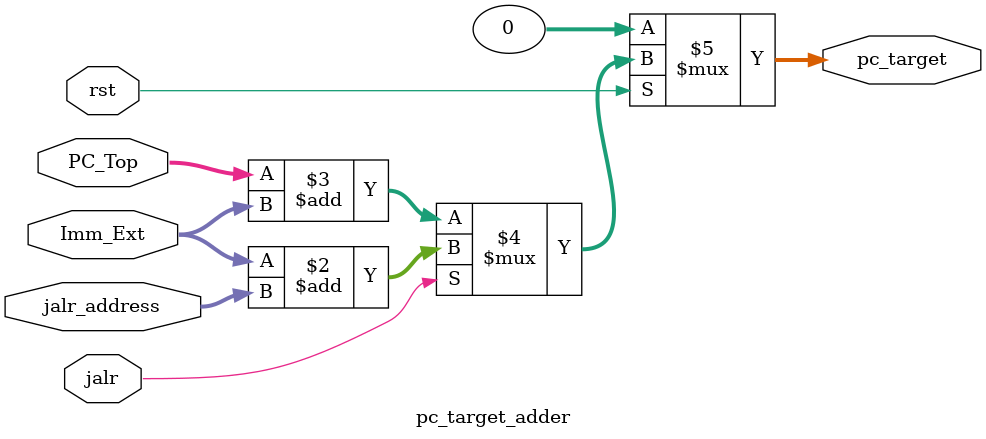
<source format=v>

module pc_target_adder(jalr_address , PC_Top , Imm_Ext , pc_target , rst , jalr);

	input [31:0] PC_Top , Imm_Ext , jalr_address;
	input rst , jalr;
	
	output [31:0] pc_target;
	
	assign pc_target = (rst == 1'b0) ? 32'h00000000 : (jalr) ? Imm_Ext + jalr_address : PC_Top + Imm_Ext ;


endmodule

</source>
